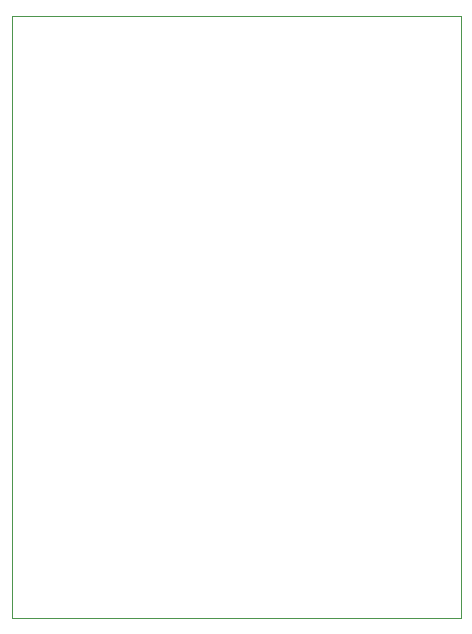
<source format=gm1>
G04 #@! TF.GenerationSoftware,KiCad,Pcbnew,7.0.10*
G04 #@! TF.CreationDate,2024-01-19T13:24:59-08:00*
G04 #@! TF.ProjectId,Jettabrain,4a657474-6162-4726-9169-6e2e6b696361,rev?*
G04 #@! TF.SameCoordinates,Original*
G04 #@! TF.FileFunction,Profile,NP*
%FSLAX46Y46*%
G04 Gerber Fmt 4.6, Leading zero omitted, Abs format (unit mm)*
G04 Created by KiCad (PCBNEW 7.0.10) date 2024-01-19 13:24:59*
%MOMM*%
%LPD*%
G01*
G04 APERTURE LIST*
G04 #@! TA.AperFunction,Profile*
%ADD10C,0.100000*%
G04 #@! TD*
G04 APERTURE END LIST*
D10*
X122274000Y-77270000D02*
X160274000Y-77270000D01*
X160274000Y-128270000D01*
X122274000Y-128270000D01*
X122274000Y-77270000D01*
M02*

</source>
